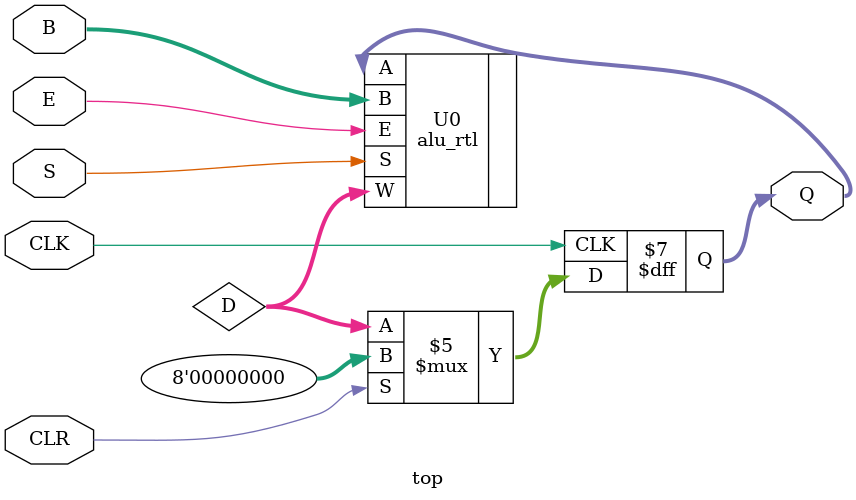
<source format=v>
`include "alu_rtl.v"

module top(CLK, CLR, Q, B, E, S);

//Inputs
input CLK;
input CLR;
input E, S;


//Data Inputs
input [7:0] B;
wire [7:0] D;

//Outputs
output reg [7:0] Q = 0;
wire [7:0] W;

alu_rtl U0 (.A(Q), .B(B), .S(S), .E(E), .W(D));

always @(negedge CLK) begin
  if (CLR == 1)
  Q = 0;
  else
  Q <= D;
end

endmodule
</source>
